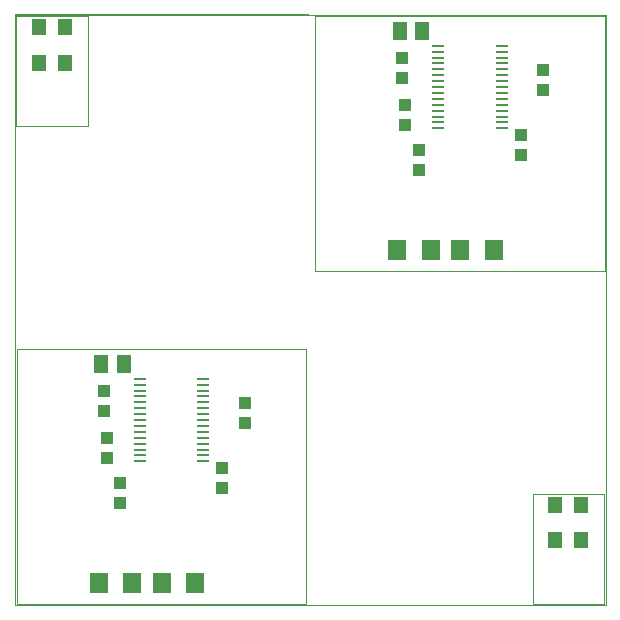
<source format=gtp>
G75*
%MOIN*%
%OFA0B0*%
%FSLAX25Y25*%
%IPPOS*%
%LPD*%
%AMOC8*
5,1,8,0,0,1.08239X$1,22.5*
%
%ADD10C,0.00000*%
%ADD11R,0.03937X0.00866*%
%ADD12R,0.03937X0.04331*%
%ADD13R,0.05118X0.05906*%
%ADD14R,0.06299X0.07098*%
%ADD15R,0.04902X0.05701*%
D10*
X0001118Y0001050D02*
X0197969Y0001050D01*
X0197969Y0197900D01*
X0001118Y0197900D01*
X0001118Y0001050D01*
X0197969Y0001050D01*
X0197969Y0197900D01*
X0001020Y0197959D01*
X0001118Y0001050D01*
X0001618Y0001550D02*
X0001618Y0086550D01*
X0098118Y0086550D01*
X0098118Y0001550D01*
X0001618Y0001550D01*
X0101118Y0112550D02*
X0101118Y0197550D01*
X0197618Y0197550D01*
X0197618Y0112550D01*
X0101118Y0112550D01*
X0173618Y0038261D02*
X0173618Y0001550D01*
X0197569Y0001550D01*
X0197569Y0038261D01*
X0173618Y0038261D01*
X0025451Y0160652D02*
X0025451Y0197363D01*
X0001500Y0197363D01*
X0001500Y0160652D01*
X0025451Y0160652D01*
D11*
X0042618Y0076550D03*
X0042618Y0074581D03*
X0042618Y0072613D03*
X0042618Y0070644D03*
X0042618Y0068676D03*
X0042618Y0066707D03*
X0042618Y0064739D03*
X0042618Y0062770D03*
X0042618Y0060802D03*
X0042618Y0058833D03*
X0042618Y0056865D03*
X0042618Y0054896D03*
X0042618Y0052928D03*
X0042618Y0050959D03*
X0042618Y0048991D03*
X0063878Y0048991D03*
X0063878Y0050959D03*
X0063878Y0052928D03*
X0063878Y0054896D03*
X0063878Y0056865D03*
X0063878Y0058833D03*
X0063878Y0060802D03*
X0063878Y0062770D03*
X0063878Y0064739D03*
X0063878Y0066707D03*
X0063878Y0068676D03*
X0063878Y0070644D03*
X0063878Y0072613D03*
X0063878Y0074581D03*
X0063878Y0076550D03*
X0142118Y0159991D03*
X0142118Y0161959D03*
X0142118Y0163928D03*
X0142118Y0165896D03*
X0142118Y0167865D03*
X0142118Y0169833D03*
X0142118Y0171802D03*
X0142118Y0173770D03*
X0142118Y0175739D03*
X0142118Y0177707D03*
X0142118Y0179676D03*
X0142118Y0181644D03*
X0142118Y0183613D03*
X0142118Y0185581D03*
X0142118Y0187550D03*
X0163378Y0187550D03*
X0163378Y0185581D03*
X0163378Y0183613D03*
X0163378Y0181644D03*
X0163378Y0179676D03*
X0163378Y0177707D03*
X0163378Y0175739D03*
X0163378Y0173770D03*
X0163378Y0171802D03*
X0163378Y0169833D03*
X0163378Y0167865D03*
X0163378Y0165896D03*
X0163378Y0163928D03*
X0163378Y0161959D03*
X0163378Y0159991D03*
D12*
X0169618Y0157896D03*
X0169618Y0151204D03*
X0177118Y0172704D03*
X0177118Y0179396D03*
X0135618Y0152896D03*
X0135618Y0146204D03*
X0131118Y0161204D03*
X0131118Y0167896D03*
X0130118Y0176704D03*
X0130118Y0183396D03*
X0030618Y0072396D03*
X0030618Y0065704D03*
X0031618Y0056896D03*
X0031618Y0050204D03*
X0036118Y0041896D03*
X0036118Y0035204D03*
X0070118Y0040204D03*
X0070118Y0046896D03*
X0077618Y0061704D03*
X0077618Y0068396D03*
D13*
X0037358Y0081550D03*
X0029878Y0081550D03*
X0129378Y0192550D03*
X0136858Y0192550D03*
D14*
X0139717Y0119550D03*
X0149520Y0119550D03*
X0160717Y0119550D03*
X0128520Y0119550D03*
X0061217Y0008550D03*
X0050020Y0008550D03*
X0040217Y0008550D03*
X0029020Y0008550D03*
D15*
X0181118Y0022849D03*
X0189819Y0022849D03*
X0189819Y0034550D03*
X0181118Y0034550D03*
X0017701Y0181952D03*
X0009000Y0181952D03*
X0009000Y0193652D03*
X0017701Y0193652D03*
M02*

</source>
